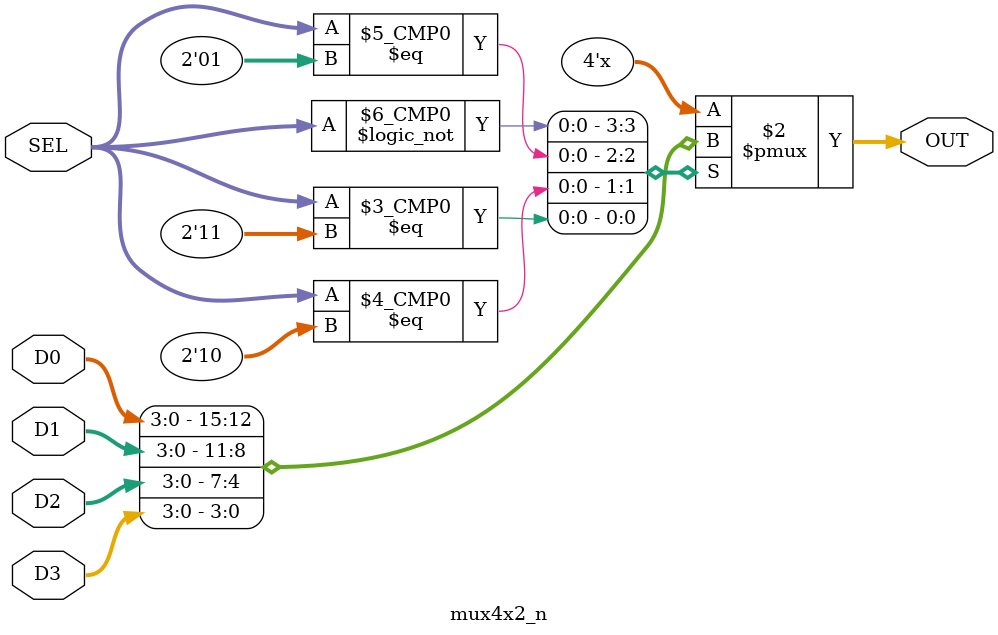
<source format=v>
/*------------------------------------------------------------------------
 * Arquivo   : mux4x2_n.v
 * Projeto   : PlaySeq
 *------------------------------------------------------------------------
 * Descricao : multiplexador 4x(2 bit de seletor) com entradas de n bits 
 * (parametrizado) 
 * 
 *------------------------------------------------------------------------
 * Revisoes  :
 *     Data        Versao  Autor             Descricao
 *     07/03/2024  1.0     Ana Vitória       criacao
 *------------------------------------------------------------------------
 */

module mux4x2_n #(
    parameter BITS = 4
) (
    input      [BITS-1:0] D0,
    input      [BITS-1:0] D1,
    input      [BITS-1:0] D2,
    input      [BITS-1:0] D3,
    input      [1:0]      SEL,
    output reg [BITS-1:0] OUT
);

always @(*) begin
    case (SEL)
        2'b00:    OUT = D0;
        2'b01:    OUT = D1;
        2'b10:    OUT = D2;
        2'b11:    OUT = D3;
        default: OUT = {BITS{1'b0}}; // todos os bits em 1
    endcase
end

endmodule
</source>
